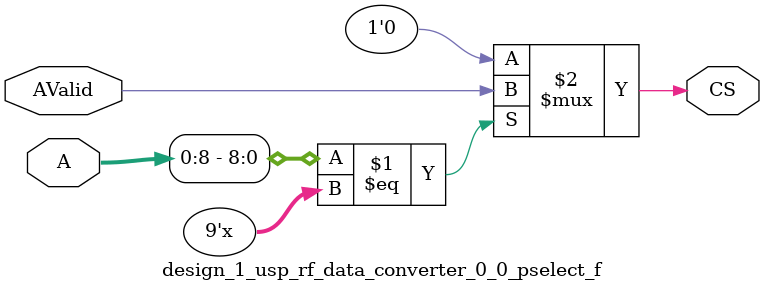
<source format=v>
`timescale 1 ps/1 ps

module design_1_usp_rf_data_converter_0_0_pselect_f ( A, AValid, CS) ;

parameter C_AB  = 9;
parameter C_AW  = 32;
parameter [0:C_AW - 1] C_BAR =  'bz;
parameter C_FAMILY  = "nofamily";
input[0:C_AW-1] A; 
input AValid; 
output CS; 
wire CS;
parameter [0:C_AB-1]BAR = C_BAR[0:C_AB-1];

//----------------------------------------------------------------------------
// Build a behavioral decoder
//----------------------------------------------------------------------------
generate
if (C_AB > 0) begin : XST_WA
assign CS = (A[0:C_AB - 1] == BAR[0:C_AB - 1]) ? AValid : 1'b0 ;
end
endgenerate

generate
if (C_AB == 0) begin : PASS_ON_GEN
assign CS = AValid ;
end
endgenerate
endmodule

</source>
